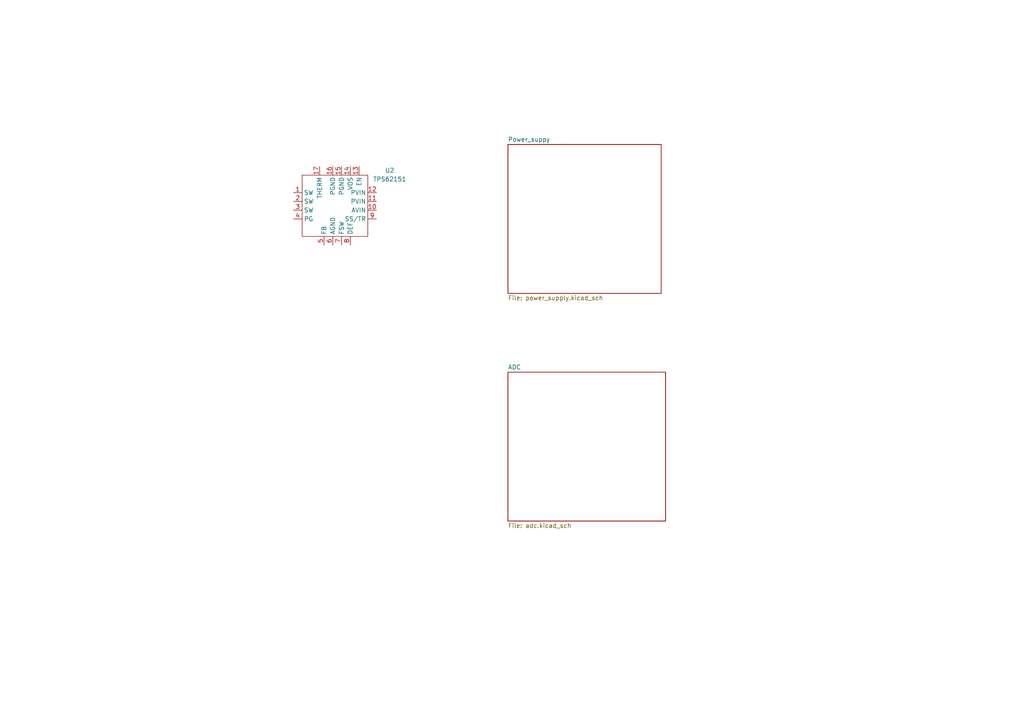
<source format=kicad_sch>
(kicad_sch (version 20230121) (generator eeschema)
  (paper "A4")
  (lib_symbols
    (symbol "Jojos_Lib:TPS62151"
      (property "Reference" "U" (at 0 0 0))
      (property "Value" "TPS62151" (at 2.54 -5.08 0))
      (symbol "TPS62151_0_0"
        (text_box "" (at -10.16 10.16 0) (size 19.05 -17.78) (fill (type color)) (effects (font (size 1.27 1.27)) (justify left top)))
      )
      (symbol "TPS62151_1_1"
        (pin output line (at -12.7 5.08 0) (length 2.54) (name "SW") (number "1"))
        (pin power_in line (at 11.43 0 180) (length 2.54) (name "AVIN") (number "10"))
        (pin power_in line (at 11.43 2.54 180) (length 2.54) (name "PVIN") (number "11"))
        (pin power_in line (at 11.43 5.08 180) (length 2.54) (name "PVIN") (number "12"))
        (pin input line (at 6.35 12.7 270) (length 2.54) (name "EN") (number "13"))
        (pin input line (at 3.81 12.7 270) (length 2.54) (name "VOS") (number "14"))
        (pin power_in line (at 1.27 12.7 270) (length 2.54) (name "PGND") (number "15"))
        (pin power_in line (at -1.27 12.7 270) (length 2.54) (name "PGND") (number "16"))
        (pin passive line (at -5.08 12.7 270) (length 2.54) (name "THERM") (number "17"))
        (pin output line (at -12.7 2.54 0) (length 2.54) (name "SW") (number "2"))
        (pin output line (at -12.7 0 0) (length 2.54) (name "SW") (number "3"))
        (pin output line (at -12.7 -2.54 0) (length 2.54) (name "PG") (number "4"))
        (pin input line (at -3.81 -10.16 90) (length 2.54) (name "FB") (number "5"))
        (pin power_in line (at -1.27 -10.16 90) (length 2.54) (name "AGND") (number "6"))
        (pin input line (at 1.27 -10.16 90) (length 2.54) (name "FSW") (number "7"))
        (pin input line (at 3.81 -10.16 90) (length 2.54) (name "DEF") (number "8"))
        (pin input line (at 11.43 -2.54 180) (length 2.54) (name "SS/TR") (number "9"))
      )
    )
  )
  (symbol (lib_id "Jojos_Lib:TPS62151") (at 97.79 60.96 0) (unit 1)
    (property "Reference" "U2" (at 113.03 49.4283 0))
    (property "Value" "TPS62151" (at 113.03 51.9683 0))
    (property "Footprint" "Package_DFN_QFN:VQFN-16-1EP_3x3mm_P0.5mm_EP1.68x1.68mm" (effects hide))
    (property "Mouser Part Number" "595-TPS62150RGTR " (effects hide))
    (property "Place" "yes" (effects hide))
  )
  (sheet (at 147.32 107.95) (size 45.72 43.18) (stroke (width 0.1524))
    (property "Sheetname" "ADC" (at 147.32 107.2384 0) (effects (justify left bottom)))
    (property "Sheetfile" "adc.kicad_sch" (at 147.32 151.7146 0) (effects (justify left top)))
  )
  (sheet (at 147.32 41.91) (size 44.45 43.18) (stroke (width 0.1524))
    (property "Sheetname" "Power_suppy" (at 147.32 41.1984 0) (effects (justify left bottom)))
    (property "Sheetfile" "power_supply.kicad_sch" (at 147.32 85.6746 0) (effects (justify left top)))
  )
)
</source>
